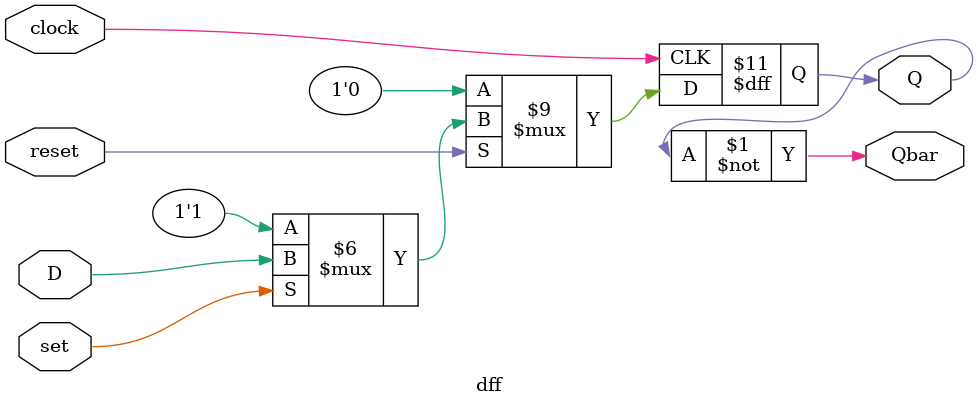
<source format=v>
module dff(D, clock, set, reset, Q, Qbar);
    input D, clock, set, reset;
    output reg Q;
    output Qbar;

    assign Qbar = ~Q;

    always @(posedge clock)
        begin
            if(reset == 0) Q <= 0;
            else if (set == 0) Q <=1;
            else Q <= D; //non- blocking assignment used
            
        end
endmodule
</source>
